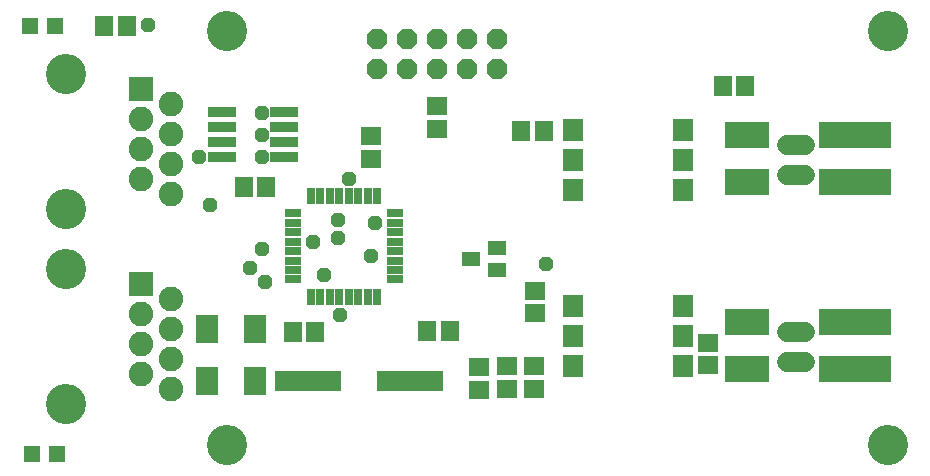
<source format=gbr>
G04 EAGLE Gerber RS-274X export*
G75*
%MOMM*%
%FSLAX34Y34*%
%LPD*%
%INSoldermask Top*%
%IPPOS*%
%AMOC8*
5,1,8,0,0,1.08239X$1,22.5*%
G01*
%ADD10C,3.403200*%
%ADD11R,0.762000X1.473200*%
%ADD12R,1.473200X0.762000*%
%ADD13R,1.603200X1.203200*%
%ADD14P,1.869504X8X22.500000*%
%ADD15C,2.082800*%
%ADD16R,2.082800X2.082800*%
%ADD17R,2.413000X0.812800*%
%ADD18R,1.403200X1.403200*%
%ADD19R,1.503200X1.803200*%
%ADD20R,1.803200X1.503200*%
%ADD21R,1.703200X1.503200*%
%ADD22R,5.703200X1.703200*%
%ADD23R,1.503200X1.703200*%
%ADD24R,1.723200X1.983200*%
%ADD25R,6.203200X2.203200*%
%ADD26R,3.703200X2.203200*%
%ADD27R,1.983200X2.363200*%
%ADD28C,1.727200*%
%ADD29P,1.309259X8X22.500000*%


D10*
X760000Y385000D03*
X760000Y35000D03*
X200000Y385000D03*
X200000Y35000D03*
D11*
X271200Y159874D03*
X279200Y159874D03*
X287200Y159874D03*
X295200Y159874D03*
X303200Y159874D03*
X311200Y159874D03*
X319200Y159874D03*
X327200Y159874D03*
D12*
X342126Y174800D03*
X342126Y182800D03*
X342126Y190800D03*
X342126Y198800D03*
X342126Y206800D03*
X342126Y214800D03*
X342126Y222800D03*
X342126Y230800D03*
D11*
X327200Y245726D03*
X319200Y245726D03*
X311200Y245726D03*
X303200Y245726D03*
X295200Y245726D03*
X287200Y245726D03*
X279200Y245726D03*
X271200Y245726D03*
D12*
X256274Y230800D03*
X256274Y222800D03*
X256274Y214800D03*
X256274Y206800D03*
X256274Y198800D03*
X256274Y190800D03*
X256274Y182800D03*
X256274Y174800D03*
D13*
X407000Y192300D03*
X429000Y201800D03*
X429000Y182800D03*
D14*
X327300Y353100D03*
X327300Y378500D03*
X352700Y353100D03*
X352700Y378500D03*
X378100Y353100D03*
X378100Y378500D03*
X403500Y353100D03*
X403500Y378500D03*
X428900Y353100D03*
X428900Y378500D03*
D15*
X152400Y82150D03*
X127000Y94850D03*
X152400Y107550D03*
X152400Y132950D03*
X152400Y158350D03*
X127000Y120250D03*
X127000Y145650D03*
D16*
X127000Y171050D03*
D10*
X63500Y183750D03*
X63500Y69450D03*
D17*
X248462Y278350D03*
X248462Y291050D03*
X248462Y303750D03*
X248462Y316450D03*
X196138Y316450D03*
X196138Y303750D03*
X196138Y291050D03*
X196138Y278350D03*
D18*
X33700Y389100D03*
X54700Y389100D03*
X34800Y27000D03*
X55800Y27000D03*
D19*
X96200Y389100D03*
X115200Y389100D03*
D20*
X413500Y81600D03*
X413500Y100600D03*
D21*
X322300Y277100D03*
X322300Y296100D03*
D22*
X354900Y88500D03*
X268900Y88500D03*
D23*
X388800Y131100D03*
X369800Y131100D03*
X274800Y130700D03*
X255800Y130700D03*
D15*
X152400Y247350D03*
X127000Y260050D03*
X152400Y272750D03*
X152400Y298150D03*
X152400Y323550D03*
X127000Y285450D03*
X127000Y310850D03*
D16*
X127000Y336250D03*
D10*
X63500Y348950D03*
X63500Y234650D03*
D20*
X378300Y302300D03*
X378300Y321300D03*
D23*
X214100Y253200D03*
X233100Y253200D03*
D24*
X492950Y301300D03*
X492950Y275900D03*
X492950Y250500D03*
X585850Y250500D03*
X585850Y275900D03*
X585850Y301300D03*
X585850Y101700D03*
X585850Y127100D03*
X585850Y152500D03*
X492950Y152500D03*
X492950Y127100D03*
X492950Y101700D03*
D19*
X468300Y300700D03*
X449300Y300700D03*
D20*
X460700Y146100D03*
X460700Y165100D03*
X460000Y101100D03*
X460000Y82100D03*
D19*
X620100Y338800D03*
X639100Y338800D03*
D25*
X731700Y296900D03*
X731700Y256900D03*
D26*
X640700Y296900D03*
X640700Y256900D03*
D25*
X731700Y138800D03*
X731700Y98800D03*
D26*
X640700Y138800D03*
X640700Y98800D03*
D27*
X182900Y133200D03*
X223600Y133200D03*
X182900Y88900D03*
X223600Y88900D03*
D21*
X607600Y102100D03*
X607600Y121100D03*
D28*
X674380Y130500D02*
X689620Y130500D01*
X689620Y105100D02*
X674380Y105100D01*
X674380Y288600D02*
X689620Y288600D01*
X689620Y263200D02*
X674380Y263200D01*
D21*
X437100Y82100D03*
X437100Y101100D03*
D29*
X296100Y144600D03*
X303800Y259500D03*
X176700Y278100D03*
X133300Y390600D03*
X469900Y187700D03*
X325500Y222300D03*
X229400Y278100D03*
X229400Y200600D03*
X229400Y315300D03*
X219533Y184459D03*
X294500Y225400D03*
X294500Y209900D03*
X186000Y237800D03*
X322400Y194400D03*
X231988Y172700D03*
X229400Y296700D03*
X272800Y206800D03*
X282100Y178900D03*
M02*

</source>
